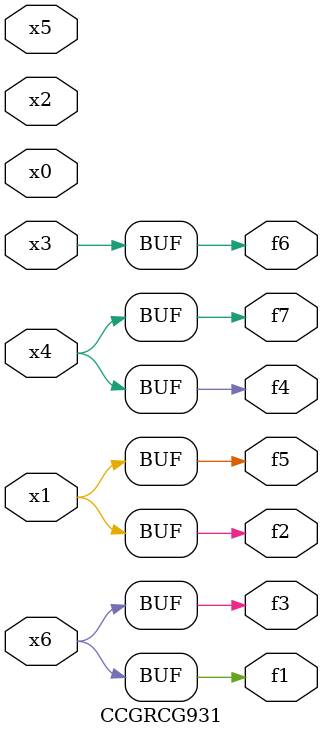
<source format=v>
module CCGRCG931(
	input x0, x1, x2, x3, x4, x5, x6,
	output f1, f2, f3, f4, f5, f6, f7
);
	assign f1 = x6;
	assign f2 = x1;
	assign f3 = x6;
	assign f4 = x4;
	assign f5 = x1;
	assign f6 = x3;
	assign f7 = x4;
endmodule

</source>
